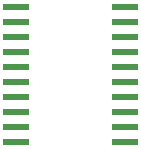
<source format=gbr>
G04 EAGLE Gerber RS-274X export*
G75*
%MOMM*%
%FSLAX34Y34*%
%LPD*%
%INSolderpaste Bottom*%
%IPPOS*%
%AMOC8*
5,1,8,0,0,1.08239X$1,22.5*%
G01*
%ADD10R,2.200000X0.600000*%


D10*
X46000Y82550D03*
X-46000Y6350D03*
X46000Y95250D03*
X46000Y69850D03*
X46000Y57150D03*
X-46000Y19050D03*
X-46000Y-6350D03*
X-46000Y-19050D03*
X46000Y31750D03*
X46000Y-6350D03*
X46000Y44450D03*
X46000Y19050D03*
X46000Y-19050D03*
X46000Y6350D03*
X-46000Y31750D03*
X-46000Y44450D03*
X-46000Y57150D03*
X-46000Y69850D03*
X-46000Y82550D03*
X-46000Y95250D03*
M02*

</source>
